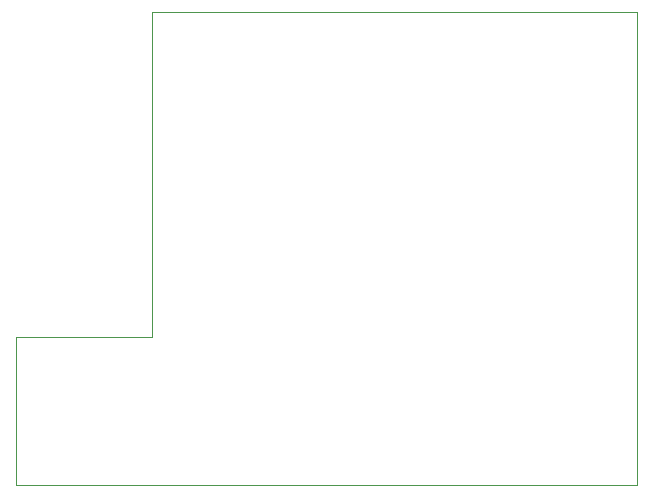
<source format=gbr>
%TF.GenerationSoftware,KiCad,Pcbnew,7.0.9*%
%TF.CreationDate,2023-12-19T02:47:06+01:00*%
%TF.ProjectId,biosensorbox,62696f73-656e-4736-9f72-626f782e6b69,rev?*%
%TF.SameCoordinates,Original*%
%TF.FileFunction,Profile,NP*%
%FSLAX46Y46*%
G04 Gerber Fmt 4.6, Leading zero omitted, Abs format (unit mm)*
G04 Created by KiCad (PCBNEW 7.0.9) date 2023-12-19 02:47:06*
%MOMM*%
%LPD*%
G01*
G04 APERTURE LIST*
%TA.AperFunction,Profile*%
%ADD10C,0.100000*%
%TD*%
G04 APERTURE END LIST*
D10*
X109000000Y-91000000D02*
X109000000Y-103505000D01*
X109000000Y-91000000D02*
X120500000Y-91000000D01*
X120500000Y-63500000D02*
X120500000Y-91000000D01*
X109000000Y-103505000D02*
X161600000Y-103505000D01*
X120500000Y-63500000D02*
X161600000Y-63500000D01*
X161600000Y-63500000D02*
X161600000Y-103500000D01*
M02*

</source>
